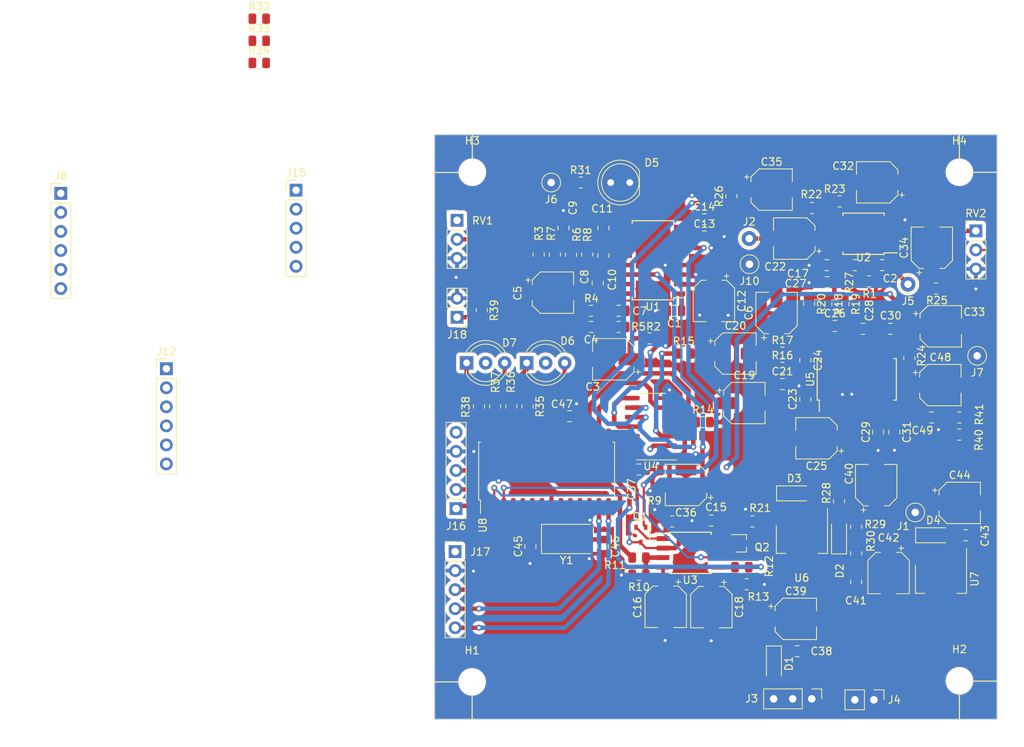
<source format=kicad_pcb>
(kicad_pcb (version 20221018) (generator pcbnew)
  (title_block (title "PT2399 basd Digital Effect Pedal (Time Manipulator)") (date "2024-09-01") (rev "v0.2") (comment 1 "Author: Damjan Prerad") (comment 2 "Source: www.electrosmash.com/time-manipulator"))
  (layers (0 "F.Cu" signal) (1 "In1.Cu" signal) (2 "In2.Cu" signal) (31 "B.Cu" signal) (34 "B.Paste" user) (35 "F.Paste" user) (36 "B.SilkS" user "B.Silkscreen") (37 "F.SilkS" user "F.Silkscreen") (38 "B.Mask" user) (39 "F.Mask" user) (44 "Edge.Cuts" user))
  (net 0 "")
  (net 1 "+5V")
  (net 2 "GNDA")
  (net 3 "Net-(U2A-+)")
  (net 4 "Net-(C3-Pad1)")
  (net 5 "Net-(C3-Pad2)")
  (net 6 "Net-(C5-Pad1)")
  (net 7 "Net-(U5-LPF2-OUT)")
  (net 8 "Net-(C6-Pad2)")
  (net 9 "Net-(U1-LPF1-IN)")
  (net 10 "Net-(U1-LPF1-OUT)")
  (net 11 "Net-(U1-LPF2-OUT)")
  (net 12 "Net-(U1-LPF2-IN)")
  (net 13 "Net-(C9-Pad2)")
  (net 14 "Net-(U1-OP2-IN)")
  (net 15 "Net-(U1-OP2-OUT)")
  (net 16 "Net-(U1-OP1-OUT)")
  (net 17 "Net-(U1-OP1-IN)")
  (net 18 "Net-(U1-REF)")
  (net 19 "Net-(U1-CC1)")
  (net 20 "Net-(U1-CC0)")
  (net 21 "Net-(U3A-+)")
  (net 22 "+9V")
  (net 23 "Net-(U3B-+)")
  (net 24 "Net-(C19-Pad1)")
  (net 25 "Net-(C19-Pad2)")
  (net 26 "Net-(C20-Pad1)")
  (net 27 "Net-(C22-Pad1)")
  (net 28 "Net-(U5-LPF1-IN)")
  (net 29 "Net-(U5-LPF1-OUT)")
  (net 30 "Net-(U5-REF)")
  (net 31 "Net-(U5-LPF2-IN)")
  (net 32 "Net-(C27-Pad2)")
  (net 33 "Net-(U5-OP2-IN)")
  (net 34 "Net-(U5-OP2-OUT)")
  (net 35 "Net-(U5-CC1)")
  (net 36 "Net-(U5-OP1-OUT)")
  (net 37 "Net-(U5-OP1-IN)")
  (net 38 "Net-(U5-CC0)")
  (net 39 "Net-(C32-Pad1)")
  (net 40 "Net-(C32-Pad2)")
  (net 41 "Net-(C33-Pad1)")
  (net 42 "Net-(C33-Pad2)")
  (net 43 "Net-(C34-Pad1)")
  (net 44 "Net-(C35-Pad1)")
  (net 45 "Net-(U2B--)")
  (net 46 "Net-(C36-Pad2)")
  (net 47 "Net-(D1-K)")
  (net 48 "Net-(D2-A)")
  (net 49 "Net-(U8-OSC1{slash}CLKI)")
  (net 50 "Net-(U8-OSC2{slash}CLKO)")
  (net 51 "+4.5V")
  (net 52 "Net-(D1-A)")
  (net 53 "Net-(D5-A)")
  (net 54 "Net-(D6-K1)")
  (net 55 "Net-(D6-K2)")
  (net 56 "Net-(D7-K1)")
  (net 57 "Net-(D7-K2)")
  (net 58 "BAT_NEG")
  (net 59 "Net-(J6-Pin_1)")
  (net 60 "Net-(J8-Pin_1)")
  (net 61 "Net-(J8-Pin_2)")
  (net 62 "Net-(J8-Pin_3)")
  (net 63 "Net-(J8-Pin_4)")
  (net 64 "Net-(J8-Pin_5)")
  (net 65 "Net-(J8-Pin_6)")
  (net 66 "Net-(J12-Pin_1)")
  (net 67 "Net-(J12-Pin_2)")
  (net 68 "Net-(J12-Pin_3)")
  (net 69 "Net-(J12-Pin_4)")
  (net 70 "Net-(J12-Pin_5)")
  (net 71 "Net-(J12-Pin_6)")
  (net 72 "B_OUT")
  (net 73 "ENC_GND")
  (net 74 "ENC_POWER")
  (net 75 "PB_OUT")
  (net 76 "A_OUT")
  (net 77 "LED2_G")
  (net 78 "MCLR")
  (net 79 "ENC_A")
  (net 80 "PBTN")
  (net 81 "ENC_B")
  (net 82 "Net-(J18-Pin_1)")
  (net 83 "Net-(Q1-C)")
  (net 84 "Net-(Q1-B)")
  (net 85 "CURR_A")
  (net 86 "Net-(Q2-C)")
  (net 87 "Net-(Q2-B)")
  (net 88 "CURR_B")
  (net 89 "Net-(U2A--)")
  (net 90 "Net-(R3-Pad1)")
  (net 91 "PWM_A")
  (net 92 "PWM_B")
  (net 93 "Net-(R14-Pad1)")
  (net 94 "Net-(R15-Pad1)")
  (net 95 "Net-(R25-Pad1)")
  (net 96 "Net-(R26-Pad1)")
  (net 97 "Net-(R29-Pad1)")
  (net 98 "LED1_R")
  (net 99 "LED1_G")
  (net 100 "LED2_R")
  (net 102 "U4B")
  (net 103 "U4C")
  (net 104 "U4D")
  (net 105 "U4A")
  (net 112 "Net-(J16-Pin_3)")
  (net 113 "SIG_IN")
  (net 114 "SIG_OUT")
  (footprint "Resistor_SMD:R_0805_2012Metric" (layer "F.Cu") (at 135.7865 88.351)
    (fp_text reference "R14")
    (fp_text value "4k7")
  )
  (footprint "Resistor_SMD:R_0805_2012Metric" (layer "F.Cu") (at 169.9593 90.0176)
    (fp_text reference "R40")
    (fp_text value "10k")
  )
  (footprint "Capacitor_SMD:C_0805_2012Metric" (layer "F.Cu") (at 166.2528 87.7316)
    (fp_text reference "C49")
    (fp_text value "100n")
  )
  (footprint "Resistor_SMD:R_0805_2012Metric" (layer "F.Cu") (at 108.077 86.2665 -90)
    (fp_text reference "R37")
    (fp_text value "330R")
  )
  (footprint "Resistor_SMD:R_0805_2012Metric" (layer "F.Cu") (at 76.62 34.532)
    (fp_text reference "R32")
    (fp_text value "10k")
  )
  (footprint "Resistor_SMD:R_0805_2012Metric" (layer "F.Cu") (at 120.349 65.999 -90)
    (fp_text reference "R8")
    (fp_text value "4k7")
  )
  (footprint "Capacitor_SMD:C_0805_2012Metric" (layer "F.Cu") (at 159.664 67.4116 180)
    (fp_text reference "C2")
    (fp_text value "100n")
  )
  (footprint "Capacitor_SMD:C_0805_2012Metric" (layer "F.Cu") (at 122.508 62.443 -90)
    (fp_text reference "C11")
    (fp_text value "100n")
  )
  (footprint "Capacitor_SMD:CP_Elec_5x5.3" (layer "F.Cu") (at 167.4876 75.565)
    (fp_text reference "C33")
    (fp_text value "47uF")
  )
  (footprint "MountingHole:MountingHole_3.2mm_M3" (layer "F.Cu") (at 169.9768 55.0164)
    (fp_text reference "H4")
    (fp_text value "MountingHole")
  )
  (footprint "Resistor_SMD:R_0805_2012Metric" (layer "F.Cu") (at 128.651 77.175 180)
    (fp_text reference "R2")
    (fp_text value "4k7")
  )
  (footprint "Resistor_SMD:R_0805_2012Metric" (layer "F.Cu") (at 154.51 72.603 -90)
    (fp_text reference "R19")
    (fp_text value "4k7")
  )
  (footprint "Package_SO:SOIC-16W_5.3x10.2mm_P1.27mm" (layer "F.Cu") (at 156.288 82.642 90)
    (fp_text reference "U5")
    (fp_text value "PT2399")
  )
  (footprint "MountingHole:MountingHole_3.2mm_M3" (layer "F.Cu") (at 105.029 55.0164)
    (fp_text reference "H3")
    (fp_text value "MountingHole")
  )
  (footprint "Capacitor_SMD:CP_Elec_5x5.3" (layer "F.Cu") (at 150.917 90.51 180)
    (fp_text reference "C25")
    (fp_text value "47uF")
  )
  (footprint "Package_SO:SOIC-8W_5.3x5.3mm_P1.27mm" (layer "F.Cu") (at 157.185 63.2206 180)
    (fp_text reference "U2")
    (fp_text value "MCP6002-xSN")
  )
  (footprint "Capacitor_SMD:C_0805_2012Metric" (layer "F.Cu") (at 152.298 67.4116 180)
    (fp_text reference "C17")
    (fp_text value "100n")
  )
  (footprint "Capacitor_SMD:CP_Elec_5x5.3" (layer "F.Cu") (at 141.302 85.811)
    (fp_text reference "C19")
    (fp_text value "47uF")
  )
  (footprint "Connector_Pin:Pin_D1.0mm_L10.0mm" (layer "F.Cu") (at 115.5427 56.388)
    (fp_text reference "J6")
    (fp_text value "POWER_INDICATOR")
  )
  (footprint "Resistor_SMD:R_0805_2012Metric" (layer "F.Cu") (at 76.62 40.432)
    (fp_text reference "R34")
    (fp_text value "10k")
  )
  (footprint "Resistor_SMD:R_0805_2012Metric" (layer "F.Cu") (at 112.395 86.2665 -90)
    (fp_text reference "R35")
    (fp_text value "330R")
  )
  (footprint "Resistor_SMD:R_0805_2012Metric" (layer "F.Cu") (at 133.223 79.207)
    (fp_text reference "R15")
    (fp_text value "4k7")
  )
  (footprint "Package_TO_SOT_SMD:SOT-323_SC-70" (layer "F.Cu") (at 127.508 103.378 -90)
    (fp_text reference "Q1")
    (fp_text value "BC547")
  )
  (footprint "Capacitor_SMD:C_0805_2012Metric" (layer "F.Cu") (at 131.979 73.492 180)
    (fp_text reference "C1")
    (fp_text value "100n")
  )
  (footprint "LED_THT:LED_D5.0mm" (layer "F.Cu") (at 126.0189 56.3876 180)
    (fp_text reference "D5")
    (fp_text value "LED")
  )
  (footprint "Package_SO:SOIC-14_3.9x8.7mm_P1.27mm" (layer "F.Cu") (at 128.843 88.957 180)
    (fp_text reference "U4")
    (fp_text value "4066")
  )
  (footprint "Resistor_SMD:R_0805_2012Metric" (layer "F.Cu") (at 127.254 106.426 180)
    (fp_text reference "R11")
    (fp_text value "4k7")
  )
  (footprint "Connector_PinHeader_2.54mm:PinHeader_1x03_P2.54mm_Vertical" (layer "F.Cu") (at 172.1612 62.8396)
    (fp_text reference "RV2")
    (fp_text value "10k")
  )
  (footprint "Capacitor_SMD:C_0805_2012Metric" (layer "F.Cu") (at 152.351 69.682)
    (fp_text reference "C27")
    (fp_text value "3n3")
  )
  (footprint "Resistor_SMD:R_0805_2012Metric" (layer "F.Cu") (at 156.21 105.86055 90)
    (fp_text reference "R30")
    (fp_text value "22k")
  )
  (footprint "Connector_Pin:Pin_D1.0mm_L10.0mm" (layer "F.Cu") (at 163.1188 69.9516)
    (fp_text reference "J5")
    (fp_text value "SIG_INPUT_STOMP")
  )
  (footprint "Capacitor_SMD:CP_Elec_5x5.3" (layer "F.Cu") (at 137.24 72.181 -90)
    (fp_text reference "C12")
    (fp_text value "47uF")
  )
  (footprint "Capacitor_SMD:C_0805_2012Metric" (layer "F.Cu") (at 122.508 66.126 -90)
    (fp_text reference "C10")
    (fp_text value "100n")
  )
  (footprint "Resistor_SMD:R_0805_2012Metric" (layer "F.Cu") (at 152.224 72.603 -90)
    (fp_text reference "R18")
    (fp_text value "4k7")
  )
  (footprint "Capacitor_SMD:CP_Elec_5x5.3" (layer "F.Cu") (at 115.783 71.079)
    (fp_text reference "C5")
    (fp_text value "47uF")
  )
  (footprint "Resistor_SMD:R_0805_2012Metric" (layer "F.Cu") (at 166.8526 70.5358)
    (fp_text reference "R25")
    (fp_text value "4k7")
  )
  (footprint "Capacitor_SMD:CP_Elec_5x5.3" (layer "F.Cu") (at 123.825 79.969 180)
    (fp_text reference "C3")
    (fp_text value "47uF")
  )
  (footprint "Capacitor_SMD:CP_Elec_5x5.3" (layer "F.Cu") (at 130.81 112.989 -90)
    (fp_text reference "C16")
    (fp_text value "47uF")
  )
  (footprint "Capacitor_SMD:C_0805_2012Metric" (layer "F.Cu") (at 124.546 73.492 180)
    (fp_text reference "C7")
    (fp_text value "3n3")
  )
  (footprint "Package_SO:SOIC-28W_7.5x17.9mm_P1.27mm" (layer "F.Cu") (at 114.935 94.877 90)
    (fp_text reference "U8")
    (fp_text value "PIC16F72")
  )
  (footprint "Capacitor_SMD:C_0805_2012Metric" (layer "F.Cu") (at 120.863 75.651 180)
    (fp_text reference "C4")
    (fp_text value "6n8")
  )
  (footprint "Resistor_SMD:R_0805_2012Metric" (layer "F.Cu") (at 142.367 101.6 180)
    (fp_text reference "R21")
    (fp_text value "4k7")
  )
  (footprint "Resistor_SMD:R_0805_2012Metric" (layer "F.Cu") (at 106.294 73.4345 -90)
    (fp_text reference "R39")
    (fp_text value "10k")
  )
  (footprint "Capacitor_SMD:C_0805_2012Metric" (layer "F.Cu") (at 149.43 80.096 -90)
    (fp_text reference "C24")
    (fp_text value "3n3")
  )
  (footprint "Connector_Pin:Pin_D1.0mm_L10.0mm" (layer "F.Cu") (at 164.084 100.39955)
    (fp_text reference "J1")
    (fp_text value "POWER_SOURCE")
  )
  (footprint "Resistor_SMD:R_0805_2012Metric" (layer "F.Cu") (at 110.236 86.2665 -90)
    (fp_text reference "R36")
    (fp_text value "330R")
  )
  (footprint "LED_THT:LED_D5.0mm-3" (layer "F.Cu") (at 104.267 80.448)
    (fp_text reference "D7")
    (fp_text value "LED_Dual_KAK")
  )
  (footprint "Resistor_SMD:R_0805_2012Metric" (layer "F.Cu") (at 141.605 109.982)
    (fp_text reference "R13")
    (fp_text value "4k7")
  )
  (footprint "Package_TO_SOT_SMD:SOT-223-3_TabPin2" (layer "F.Cu") (at 167.513 109.28955 -90)
    (fp_text reference "U7")
    (fp_text value "AMS1117-5.0")
  )
  (footprint "Resistor_SMD:R_0805_2012Metric" (layer "F.Cu") (at 150.327 59.7916 180)
    (fp_text reference "R22")
    (fp_text value "4k7")
  )
  (footprint "Resistor_SMD:R_0805_2012Metric" (layer "F.Cu") (at 116.037 65.999 -90)
    (fp_text reference "R7")
    (fp_text value "4k7")
  )
  (footprint "Capacitor_SMD:CP_Elec_5x5.3" (layer "F.Cu") (at 145.5928 73.787 90)
    (fp_text reference "C6")
    (fp_text value "47uF")
  )
  (footprint "Capacitor_SMD:CP_Elec_5x5.3" (layer "F.Cu") (at 133.518 96.733 180)
    (fp_text reference "C36")
    (fp_text value "47uF")
  )
  (footprint "Diode_SMD:D_SOD-123" (layer "F.Cu") (at 153.924 103.57455 90)
    (fp_text reference "D2")
    (fp_text value "1N4001")
  )
  (footprint "Connector_PinHeader_2.54mm:PinHeader_1x02_P2.54mm_Vertical" (layer "F.Cu") (at 102.997 74.357 180)
    (fp_text reference "J18")
    (fp_text value "PUSH_STOMP")
  )
  (footprint "Capacitor_SMD:C_0805_2012Metric" (layer "F.Cu") (at 112.776 104.959 -90)
    (fp_text reference "C45")
    (fp_text value "22p")
  )
  (footprint "Resistor_SMD:R_0805_2012Metric" (layer "F.Cu") (at 131.6755 101.6 180)
    (fp_text reference "R9")
    (fp_text value "4k7")
  )
  (footprint "Capacitor_SMD:C_0805_2012Metric" (layer "F.Cu") (at 146.382 83.271)
    (fp_text reference "C21")
    (fp_text value "6n8")
  )
  (footprint "Resistor_SMD:R_0805_2012Metric" (layer "F.Cu") (at 120.863 73.492)
    (fp_text reference "R4")
    (fp_text value "4k7")
  )
  (footprint "Capacitor_SMD:C_0805_2012Metric" (layer "F.Cu") (at 159.131 89.682 -90)
    (fp_text reference "C29")
    (fp_text value "100n")
  )
  (footprint "Connector_PinHeader_2.54mm:PinHeader_1x05_P2.54mm_Vertical" (layer "F.Cu") (at 102.87 99.879 180)
    (fp_text reference "J16")
    (fp_text value "Programming header")
  )
  (footprint "Diode_SMD:D_SOD-123" (layer "F.Cu") (at 145.2372 120.5738 -90)
    (fp_text reference "D1")
    (fp_text value "1N4001")
  )
  (footprint "Capacitor_SMD:C_0805_2012Metric" (layer "F.Cu") (at 153.367 75.524)
    (fp_text reference "C26")
    (fp_text value "3n3")
  )
  (footprint "Capacitor_SMD:C_0805_2012Metric" (layer "F.Cu") (at 135.97 63.586)
    (fp_text reference "C13")
    (fp_text value "100n")
  )
  (footprint "LED_THT:LED_D5.0mm-3" (layer "F.Cu") (at 112.268 80.448)
    (fp_text reference "D6")
    (fp_text value "LED_Dual_KAK")
  )
  (footprint "Connector_PinHeader_2.54mm:PinHeader_1x06_P2.54mm_Vertical" (layer "F.Cu") (at 50.16 57.832)
    (fp_text reference "J8")
    (fp_text value "AudioInput_connector")
  )
  (footprint "Capacitor_SMD:C_0805_2012Metric" (layer "F.Cu") (at 135.97 61.3)
    (fp_text reference "C14")
    (fp_text value "100n")
  )
  (footprint "Capacitor_SMD:C_0805_2012Metric" (layer "F.Cu") (at 148.3462 118.9228)
    (fp_text reference "C38")
    (fp_text value "100n")
  )
  (footprint "Connector_Pin:Pin_D1.0mm_L10.0mm" (layer "F.Cu") (at 141.945 63.8556 180)
    (fp_text reference "J2")
    (fp_text value "SIG_OUTPUT_STOMP")
  )
  (footprint "Capacitor_SMD:C_0805_2012Metric" (layer "F.Cu") (at 117.983 87.56)
    (fp_text reference "C47")
    (fp_text value "22p")
  )
  (footprint "Resistor_SMD:R_0805_2012Metric" (layer "F.Cu") (at 156.21 102.30455 90)
    (fp_text reference "R29")
    (fp_text value "500")
  )
  (footprint "Package_TO_SOT_SMD:SOT-223-3_TabPin2" (layer "F.Cu") (at 148.971 103.95555 -90)
    (fp_text reference "U6")
    (fp_text value "LM317_SOT-223")
  )
  (footprint "Resistor_SMD:R_0805_2012Metric" (layer "F.Cu") (at 139.573 58.2168 90)
    (fp_text reference "R26")
    (fp_text value "4k7")
  )
  (footprint "Capacitor_SMD:CP_Elec_5x5.3" (layer "F.Cu") (at 170.012 99.12955)
    (fp_text reference "C44")
    (fp_text value "47uF")
  )
  (footprint "Resistor_SMD:R_0805_2012Metric" (layer "F.Cu") (at 153.924 98.89905 90)
    (fp_text reference "R28")
    (fp_text value "3k6")
  )
  (footprint "Diode_SMD:D_SOD-123" (layer "F.Cu") (at 147.955 97.85955)
    (fp_text reference "D3")
    (fp_text value "1N4001")
  )
  (footprint "Resistor_SMD:R_0805_2012Metric" (layer "F.Cu") (at 127.254 108.712 180)
    (fp_text reference "R10")
    (fp_text value "4k7")
  )
  (footprint "Capacitor_SMD:CP_Elec_5x5.3" (layer "F.Cu") (at 160.528 108.48655 -90)
    (fp_text reference "C42")
    (fp_text value "47uF")
  )
  (footprint "Capacitor_SMD:CP_Elec_5x5.3" (layer "F.Cu") (at 144.9346 57.3336)
    (fp_text reference "C35")
    (fp_text value "47uF")
  )
  (footprint "Capacitor_SMD:CP_Elec_5x5.3" (layer "F.Cu") (at 148.1582 114.6048)
    (fp_text reference "C39")
    (fp_text value "47uF")
  )
  (footprint "Resistor_SMD:R_0805_2012Metric" (layer "F.Cu") (at 76.62 37.482)
    (fp_text reference "R33")
    (fp_text value "10k")
  )
  (footprint "Capacitor_SMD:CP_Elec_5x5.3" (layer "F.Cu") (at 140.118 79.207)
    (fp_text reference "C20")
    (fp_text value "47uF")
  )
  (footprint "Capacitor_SMD:CP_Elec_5x5.3" (layer "F.Cu") (at 159.004 56.3626 180)
    (fp_text reference "C32")
    (fp_text value "47uF")
  )
  (footprint "Capacitor_SMD:CP_Elec_5x5.3" (layer "F.Cu") (at 166.2938 65.0904 90)
    (fp_text reference "C34")
    (fp_text value "47uF")
  )
  (footprint "Connector_Pin:Pin_D1.0mm_L10.0mm" (layer "F.Cu") (at 172.339 79.502)
    (fp_text reference "J7")
    (fp_text value "3PDT_AudioInput")
  )
  (footprint "Connector_PinHeader_2.54mm:PinHeader_1x06_P2.54mm_Vertical" (layer "F.Cu") (at 64.2366 81.2292)
    (fp_text reference "J12")
    (fp_text value "AudioOutput_connector")
  )
  (footprint "Capacitor_SMD:C_0805_2012Metric" (layer "F.Cu") (at 149.43 85.303 90)
    (fp_text reference "C23")
    (fp_text value "100n")
  )
  (footprint "Resistor_SMD:R_0805_2012Metric" (layer "F.Cu") (at 119.4797 56.388)
    (fp_text reference "R31")
    (fp_text value "33OR")
  )
  (footprint "Resistor_SMD:R_0805_2012Metric" (layer "F.Cu") (at 157.9235 69.5706)
    (fp_text reference "R1")
    (fp_text value "1 Meg")
  )
  (footprint "MountingHole:MountingHole_3.2mm_M3" (layer "F.Cu") (at 169.9768 122.8598)
    (fp_text reference "H2")
    (fp_text value "MountingHole")
  )
  (footprint "Resistor_SMD:R_0805_2012Metric" (layer "F.Cu") (at 118.196 66.0225 -90)
    (fp_text reference "R6")
    (fp_text value "4k7")
  )
  (footprint "Connector_PinHeader_2.54mm:PinHeader_1x02_P2.54mm_Vertical" (layer "F.Cu") (at 158.5722 125.3998 -90)
    (fp_text reference "J4")
    (fp_text value "Battery_9V")
  )
  (footprint "Connector_PinHeader_2.54mm:PinHeader_1x03_P2.54mm_Vertical" (layer "F.Cu") (at 150.2872 125.2728 -90)
    (fp_text reference "J3")
    (fp_text value "Power connector")
  )
  (footprint "Package_TO_SOT_SMD:SOT-323_SC-70" (layer "F.Cu") (at 140.859 104.521)
    (fp_text reference "Q2")
    (fp_text value "BC547")
  )
  (footprint "Capacitor_SMD:C_0805_2012Metric" (layer "F.Cu") (at 160.794 75.905 180)
    (fp_text reference "C30")
    (fp_text value "100n")
  )
  (footprint "MountingHole:MountingHole_3.2mm_M3" (layer "F.Cu") (at 105.0036 123.0122)
    (fp_text reference "H1")
    (fp_text value "MountingHole")
  )
  (footprint "Resistor_SMD:R_0805_2012Metric" (layer "F.Cu") (at 140.97 107.696)
    (fp_text reference "R12")
    (fp_text value "4k7")
  )
  (footprint "Capacitor_SMD:C_0805_2012Metric" (layer "F.Cu") (at 161.29 89.682 -90)
    (fp_text reference "C31")
    (fp_text value "100n")
  )
  (footprint "Resistor_SMD:R_0805_2012Metric" (layer "F.Cu") (at 163.2966 79.8322 90)
    (fp_text reference "R24")
    (fp_text value "4k7")
  )
  (footprint "Connector_PinHeader_2.54mm:PinHeader_1x05_P2.54mm_Vertical" (layer "F.Cu") (at 102.743 105.623)
    (fp_text reference "J17")
    (fp_text value "Encoder_board_connector")
  )
  (footprint "Resistor_SMD:R_0805_2012Metric" (layer "F.Cu") (at 156.042 67.4116)
    (fp_text reference "R27")
    (fp_text value "1 Meg")
  )
  (footprint "Diode_SMD:D_SOD-123" (layer "F.Cu") (at 166.497 103.44755)
    (fp_text reference "D4")
    (fp_text value "1N4001")
  )
  (footprint "Connector_PinHeader_2.54mm:PinHeader_1x05_P2.54mm_Vertical" (layer "F.Cu") (at 81.534 57.404)
    (fp_text reference "J15")
    (fp_text value "Encoder_connector")
  )
  (footprint "Capacitor_SMD:CP_Elec_5x5.3" (layer "F.Cu") (at 147.955 63.8556 180)
    (fp_text reference "C22")
    (fp_text value "47uF")
  )
  (footprint "Crystal:Crystal_SMD_0603-2Pin_6.0x3.5mm" (layer "F.Cu") (at 117.602 103.943)
    (fp_text reference "Y1")
    (fp_text value "Crystal")
  )
  (footprint "Capacitor_SMD:C_0805_2012Metric" (layer "F.Cu") (at 117.18 62.443 -90)
    (fp_text reference "C9")
    (fp_text value "3n3")
  )
  (footprint "Resistor_SMD:R_0805_2012Metric" (layer "F.Cu") (at 124.546 75.651)
    (fp_text reference "R5")
    (fp_text value "4k7")
  )
  (footprint "Resistor_SMD:R_0805_2012Metric" (layer "F.Cu") (at 113.878 65.999 -90)
    (fp_text reference "R3")
    (fp_text value "5k")
  )
  (footprint "Capacitor_SMD:CP_Elec_5x5.3" (layer "F.Cu") (at 167.4368 83.4136)
    (fp_text reference "C48")
    (fp_text value "47uF")
  )
  (footprint "Resistor_SMD:R_0805_2012Metric" (layer "F.Cu") (at 146.382 79.08)
    (fp_text reference "R17")
    (fp_text value "4k7")
  )
  (footprint "Resistor_SMD:R_0805_2012Metric" (layer "F.Cu") (at 154.01 58.9026 180)
    (fp_text reference "R23")
    (fp_text value "4k7")
  )
  (footprint "Resistor_SMD:R_0805_2012Metric" (layer "F.Cu") (at 169.9593 87.7316 180)
    (fp_text reference "R41")
    (fp_text value "10k")
  )
  (footprint "Package_SO:SOIC-16W_5.3x10.2mm_P1.27mm" (layer "F.Cu") (at 129.118 66.761 180)
    (fp_text reference "U1")
    (fp_text value "PT2399")
  )
  (footprint "Package_SO:SOIC-8W_5.3x5.3mm_P1.27mm" (layer "F.Cu") (at 134.112 105.791)
    (fp_text reference "U3")
    (fp_text value "MCP6002-xSN")
  )
  (footprint "Resistor_SMD:R_0805_2012Metric" (layer "F.Cu") (at 149.938 72.5795 -90)
    (fp_text reference "R20")
    (fp_text value "4k7")
  )
  (footprint "Capacitor_SMD:C_0805_2012Metric" (layer "F.Cu") (at 122.428 104.959 -90)
    (fp_text reference "C46")
    (fp_text value "22p")
  )
  (footprint "Connector_Pin:Pin_D1.0mm_L10.0mm" (layer "F.Cu") (at 141.986 67.2846)
    (fp_text reference "J10")
    (fp_text value "3PDT_AudioIOutput")
  )
  (footprint "Capacitor_SMD:C_0805_2012Metric" (layer "F.Cu") (at 121.752 69.809 90)
    (fp_text reference "C8")
    (fp_text value "3n3")
  )
  (footprint "Capacitor_SMD:CP_Elec_5x5.3" (layer "F.Cu") (at 158.877 96.75755 90)
    (fp_text reference "C40")
    (fp_text value "47uF")
  )
  (footprint "Capacitor_SMD:C_0805_2012Metric" (layer "F.Cu") (at 170.815 103.44755)
    (fp_text reference "C43")
    (fp_text value "100n")
  )
  (footprint "Connector_PinHeader_2.54mm:PinHeader_1x03_P2.54mm_Vertical" (layer "F.Cu") (at 102.997 61.427)
    (fp_text reference "RV1")
    (fp_text value "10k")
  )
  (footprint "Resistor_SMD:R_0805_2012Metric" (layer "F.Cu") (at 105.918 86.2665 -90)
    (fp_text reference "R38")
    (fp_text value "330R")
  )
  (footprint "Capacitor_SMD:C_0805_2012Metric" (layer "F.Cu") (at 127.254 94.672)
    (fp_text reference "C37")
    (fp_text value "100n")
  )
  (footprint "Capacitor_SMD:CP_Elec_5x5.3" (layer "F.Cu") (at 136.906 113.03 -90)
    (fp_text reference "C18")
    (fp_text value "47uF")
  )
  (footprint "Capacitor_SMD:C_0805_2012Metric" (layer "F.Cu") (at 156.21 109.67055 -90)
    (fp_text reference "C41")
    (fp_text value "100n")
  )
  (footprint "Capacitor_SMD:C_0805_2012Metric" (layer "F.Cu") (at 157.111 75.905 180)
    (fp_text reference "C28")
    (fp_text value "100n")
  )
  (footprint "Capacitor_SMD:C_0805_2012Metric" (layer "F.Cu") (at 136.875 101.473 180)
    (fp_text reference "C15")
    (fp_text value "100n")
  )
  (footprint "Resistor_SMD:R_0805_2012Metric" (layer "F.Cu") (at 146.382 81.112)
    (fp_text reference "R16")
    (fp_text value "4k7")
  )
  (gr_line (start 100.0252 55.0418) (end 105.029 55.0418) (stroke (width 0.15)) (layer "F.SilkS"))
  (gr_line (start 105.029 55.0418) (end 105.029 50.038) (stroke (width 0.15)) (layer "F.SilkS"))
  (gr_line (start 169.9768 55.0164) (end 174.9806 55.0164) (stroke (width 0.15)) (layer "F.SilkS"))
  (gr_line (start 174.9806 122.9106) (end 169.9768 122.9106) (stroke (width 0.15)) (layer "F.SilkS"))
  (gr_line (start 105.0036 128.016) (end 105.0036 123.0122) (stroke (width 0.15)) (layer "F.SilkS"))
  (gr_line (start 169.9768 122.9106) (end 169.9768 127.9144) (stroke (width 0.15)) (layer "F.SilkS"))
  (gr_line (start 169.9768 50.0126) (end 169.9768 55.0164) (stroke (width 0.15)) (layer "F.SilkS"))
  (gr_line (start 105.0036 123.0122) (end 99.9998 123.0122) (stroke (width 0.15)) (layer "F.SilkS"))
  (gr_rect (start 100 50) (end 175 128) (stroke (width 0.1)) (fill none) (layer "Edge.Cuts"))
  (segment (start 165.354 99.12955) (end 164.084 100.39955) (width 0.6) (layer "F.Cu") (net 1))
  (segment (start 167.812 99.12955) (end 165.354 99.12955) (width 0.6) (layer "F.Cu") (net 1))
  (segment (start 168.147 103.44755) (end 169.865 103.44755) (width 0.6) (layer "F.Cu") (net 1))
  (segment (start 132.929 71.467) (end 132.668 71.206) (width 0.6) (layer "F.Cu") (net 1))
  (segment (start 167.513 106.13955) (end 167.513 112.43955) (width 0.6) (layer "F.Cu") (net 1))
  (segment (start 167.513 106.13955) (end 167.513 104.08155) (width 0.6) (layer "F.Cu") (net 1))
  (segment (start 126.368 92.767) (end 126.368 94.608) (width 0.6) (layer "F.Cu") (net 1))
  (segment (start 167.513 104.08155) (end 168.147 103.44755) (width 0.6) (layer "F.Cu") (net 1))
  (segment (start 116.84 90.227) (end 116.84 87.753) (width 0.6) (layer "F.Cu") (net 1))
  (segment (start 167.812 99.12955) (end 167.812 91.2524) (width 0.6) (layer "F.Cu") (net 1))
  (segment (start 116.84 87.753) (end 117.033 87.56) (width 0.6) (layer "F.Cu") (net 1))
  (segment (start 132.929 73.492) (end 132.929 71.467) (width 0.6) (layer "F.Cu") (net 1))
  (segment (start 137.825 103.823) (end 137.762 103.886) (width 0.6) (layer "F.Cu") (net 1))
  (segment (start 167.812 91.2524) (end 169.0468 90.0176) (width 0.6) (layer "F.Cu") (net 1))
  (segment (start 137.825 101.473) (end 137.825 103.823) (width 0.6) (layer "F.Cu") (net 1))
  (segment (start 148.348 83.271) (end 149.43 84.353) (width 0.6) (layer "F.Cu") (net 2))
  (segment (start 155.653 84.66) (end 155.6258 84.6328) (width 0.6) (layer "F.Cu") (net 2))
  (segment (start 169.0468 87.7316) (end 167.2028 87.7316) (width 0.6) (layer "F.Cu") (net 2))
  (segment (start 154.383 86.192) (end 154.383 84.66) (width 0.6) (layer "F.Cu") (net 2))
  (segment (start 131.318 85.147) (end 131.318 84.0486) (width 0.6) (layer "F.Cu") (net 2))
  (segment (start 154.383 84.66) (end 154.3812 84.6582) (width 0.6) (layer "F.Cu") (net 2))
  (segment (start 154.383 86.192) (end 155.653 86.192) (width 0.6) (layer "F.Cu") (net 2))
  (segment (start 155.653 86.192) (end 155.653 84.66) (width 0.6) (layer "F.Cu") (net 2))
  (segment (start 147.332 83.271) (end 148.348 83.271) (width 0.6) (layer "F.Cu") (net 2))
  (via (at 141.4526 99.9744) (size 0.8) (drill 0.4) (layers "F.Cu" "B.Cu") (net 2))
  (via (at 129.4384 73.5076) (size 0.8) (drill 0.4) (layers "F.Cu" "B.Cu") (net 2))
  (via (at 134.3152 58.0898) (size 0.8) (drill 0.4) (layers "F.Cu" "B.Cu") (net 2))
  (via (at 134.8232 68.6562) (size 0.8) (drill 0.4) (layers "F.Cu" "B.Cu") (net 2))
  (via (at 112.7252 107.2134) (size 0.8) (drill 0.4) (layers "F.Cu" "B.Cu") (net 2))
  (via (at 167.1828 89.3572) (size 0.8) (drill 0.4) (layers "F.Cu" "B.Cu") (net 2))
  (via (at 149.9362 69.7484) (size 0.8) (drill 0.4) (layers "F.Cu" "B.Cu") (net 2))
  (via (at 136.8806 117.5258) (size 0.8) (drill 0.4) (layers "F.Cu" "B.Cu") (net 2))
  (via (at 128.7526 97.5106) (size 0.8) (drill 0.4) (layers "F.Cu" "B.Cu") (net 2))
  (via (at 134.3152 101.4984) (size 0.8) (drill 0.4) (layers "F.Cu" "B.Cu") (net 2))
  (via (at 118.9228 85.9028) (size 0.8) (drill 0.4) (layers "F.Cu" "B.Cu") (net 2))
  (via (at 131.318 84.0486) (size 0.8) (drill 0.4) (layers "F.Cu" "B.Cu") (net 2))
  (via (at 124.9172 108.7628) (size 0.8) (drill 0.4) (layers "F.Cu" "B.Cu") (net 2))
  (via (at 120.7008 101.4222) (size 0.8) (drill 0.4) (layers "F.Cu" "B.Cu") (net 2))
  (via (at 138.6078 63.6016) (size 0.8) (drill 0.4) (layers "F.Cu" "B.Cu") (net 2))
  (via (at 130.7846 78.1558) (size 0.8) (drill 0.4) (layers "F.Cu" "B.Cu") (net 2))
  (via (at 117.1702 60.1218) (size 0.8) (drill 0.4) (layers "F.Cu" "B.Cu") (net 2))
  (via (at 129.3622 100.0252) (size 0.8) (drill 0.4) (layers "F.Cu" "B.Cu") (net 2))
  (via (at 155.6258 84.6328) (size 0.8) (drill 0.4) (layers "F.Cu" "B.Cu") (net 2))
  (via (at 172.1612 70.5866) (size 0.8) (drill 0.4) (layers "F.Cu" "B.Cu") (net 2))
  (via (at 120.6246 106.5784) (size 0.8) (drill 0.4) (layers "F.Cu" "B.Cu") (net 2))
  (via (at 135.3312 74.0664) (size 0.8) (drill 0.4) (layers "F.Cu" "B.Cu") (net 2))
  (via (at 105.1814 108.2294) (size 0.8) (drill 0.4) (layers "F.Cu" "B.Cu") (net 2))
  (via (at 102.87 69.0372) (size 0.8) (drill 0.4) (layers "F.Cu" "B.Cu") (net 2))
  (via (at 129.7432 93.853) (size 0.8) (drill 0.4) (layers "F.Cu" "B.Cu") (net 2))
  (via (at 154.3812 84.6582) (size 0.8) (drill 0.4) (layers "F.Cu" "B.Cu") (net 2))
  (via (at 159.131 92.1258) (size 0.8) (drill 0.4) (layers "F.Cu" "B.Cu") (net 2))
  (via (at 134.7978 92.6338) (size 0.8) (drill 0.4) (layers "F.Cu" "B.Cu") (net 2))
  (via (at 162.7124 61.3664) (size 0.8) (drill 0.4) (layers "F.Cu" "B.Cu") (net 2))
  (via (at 143.9672 110.0074) (size 0.8) (drill 0.4) (layers "F.Cu" "B.Cu") (net 2))
  (via (at 130.7338 117.475) (size 0.8) (drill 0.4) (layers "F.Cu" "B.Cu") (net 2))
  (via (at 130.7592 67.4116) (size 0.8) (drill 0.4) (layers "F.Cu" "B.Cu") (net 2))
  (via (at 136.906 65.1002) (size 0.8) (drill 0.4) (layers "F.Cu" "B.Cu") (net 2))
  (via (at 139.1412 74.0918) (size 0.8) (drill 0.4) (layers "F.Cu" "B.Cu") (net 2))
  (via (at 148.5911 83.5141) (size 0.8) (drill 0.4) (layers "F.Cu" "B.Cu") (net 2))
  (via (at 161.3154 92.1004) (size 0.8) (drill 0.4) (layers "F.Cu" "B.Cu") (net 2))
  (via (at 149.9362 67.437) (size 0.8) (drill 0.4) (layers "F.Cu" "B.Cu") (net 2))
  (via (at 105.2322 92.2782) (size 0.8) (drill 0.4) (layers "F.Cu" "B.Cu") (net 2))
  (via (at 108.5342 96.1644) (size 0.8) (drill 0.4) (layers "F.Cu" "B.Cu") (net 2))
  (segment (start 157.011 69.5706) (end 157.011 67.4681) (width 0.6) (layer "F.Cu") (net 3))
  (segment (start 158.714 67.4116) (end 156.9545 67.4116) (width 0.6) (layer "F.Cu") (net 3))
  (segment (start 159.344 62.5856) (end 156.9545 64.9751) (width 0.6) (layer "F.Cu") (net 3))
  (segment (start 156.9545 64.9751) (end 156.9545 67.4116) (width 0.6) (layer "F.Cu") (net 3))
  (segment (start 157.011 67.4681) (end 156.9545 67.4116) (width 0.6) (layer "F.Cu") (net 3))
  (segment (start 160.835 62.5856) (end 159.344 62.5856) (width 0.6) (layer "F.Cu") (net 3))
  (segment (start 124.8195 79.8185) (end 124.796 79.842) (width 0.6) (layer "F.Cu") (net 4))
  (segment (start 126.025 79.969) (end 126.025 77.769) (width 0.6) (layer "F.Cu") (net 4))
  (segment (start 126.025 77.769) (end 126.619 77.175) (width 0.6) (layer "F.Cu") (net 4))
  (segment (start 124.796 79.842) (end 125.1585 79.842) (width 0.6) (layer "F.Cu") (net 4))
  (segment (start 126.619 77.175) (end 127.7385 77.175) (width 0.6) (layer "F.Cu") (net 4))
  (segment (start 121.813 79.781) (end 121.625 79.969) (width 0.6) (layer "F.Cu") (net 5))
  (segment (start 123.6335 75.651) (end 121.813 75.651) (width 0.6) (layer "F.Cu") (net 5))
  (segment (start 117.983 71.5245) (end 119.9505 73.492) (width 0.6) (layer "F.Cu") (net 5))
  (segment (start 121.813 75.651) (end 121.813 75.3545) (width 0.6) (layer "F.Cu") (net 5))
  (segment (start 121.813 75.651) (end 121.813 79.781) (width 0.6) (layer "F.Cu") (net 5))
  (segment (start 121.813 75.3545) (end 119.9505 73.492) (width 0.6) (layer "F.Cu") (net 5))
  (segment (start 117.983 71.079) (end 117.983 71.5245) (width 0.6) (layer "F.Cu") (net 5))
  (segment (start 113.878 70.784) (end 113.583 71.079) (width 0.6) (layer "F.Cu") (net 6))
  (segment (start 113.878 66.9115) (end 113.878 70.784) (width 0.6) (layer "F.Cu") (net 6))
  (segment (start 152.417 73.7085) (end 152.224 73.5155) (width 0.6) (layer "F.Cu") (net 7))
  (segment (start 152.417 75.524) (end 152.417 73.7085) (width 0.6) (layer "F.Cu") (net 7))
  (segment (start 154.383 77.949) (end 154.383 79.092) (width 0.6) (layer "F.Cu") (net 7))
  (segment (start 146.0558 75.524) (end 145.5928 75.987) (width 0.6) (layer "F.Cu") (net 7))
  (segment (start 162.9391 81.1022) (end 163.2966 80.7447) (width 0.6) (layer "F.Cu") (net 7))
  (segment (start 152.417 75.983) (end 154.383 77.949) (width 0.6) (layer "F.Cu") (net 7))
  (segment (start 154.383 80.5706) (end 154.9146 81.1022) (width 0.6) (layer "F.Cu") (net 7))
  (segment (start 154.9146 81.1022) (end 162.9391 81.1022) (width 0.6) (layer "F.Cu") (net 7))
  (segment (start 154.383 79.092) (end 154.383 80.5706) (width 0.6) (layer "F.Cu") (net 7))
  (segment (start 152.417 75.524) (end 152.417 75.983) (width 0.6) (layer "F.Cu") (net 7))
  (segment (start 152.417 75.524) (end 146.0558 75.524) (width 0.6) (layer "F.Cu") (net 7))
  (segment (start 125.568 69.936) (end 124.927 69.936) (width 0.6) (layer "F.Cu") (net 10))
  (segment (start 123.596 71.267) (end 123.596 73.492) (width 0.6) (layer "F.Cu") (net 10))
  (segment (start 121.7755 73.492) (end 123.596 73.492) (width 0.6) (layer "F.Cu") (net 10))
  (segment (start 124.927 69.936) (end 123.596 71.267) (width 0.6) (layer "F.Cu") (net 10))
  (segment (start 124.8 68.666) (end 122.707 70.759) (width 0.6) (layer "F.Cu") (net 11))
  (segment (start 125.568 68.666) (end 124.8 68.666) (width 0.6) (layer "F.Cu") (net 11))
  (segment (start 135.718 91.698) (end 135.763 91.653) (width 0.6) (layer "F.Cu") (net 11))
  (segment (start 125.568 68.666) (end 129.667 68.666) (width 0.6) (layer "F.Cu") (net 11))
  (segment (start 122.707 70.759) (end 121.752 70.759) (width 0.6) (layer "F.Cu") (net 11))
  (segment (start 117.942 68.8165) (end 116.037 66.9115) (width 0.6) (layer "F.Cu") (net 11))
  (segment (start 135.718 96.733) (end 135.718 91.698) (width 0.6) (layer "F.Cu") (net 11))
  (segment (start 118.958 68.92) (end 117.942 68.92) (width 0.6) (layer "F.Cu") (net 11))
  (segment (start 120.797 70.759) (end 118.958 68.92) (width 0.6) (layer "F.Cu") (net 11))
  (segment (start 117.942 68.92) (end 117.942 68.8165) (width 0.6) (layer "F.Cu") (net 11))
  (segment (start 121.752 70.759) (end 120.797 70.759) (width 0.6) (layer "F.Cu") (net 11))
  (via (at 129.667 68.666) (size 0.8) (drill 0.4) (layers "F.Cu" "B.Cu") (net 11))
  (via (at 135.763 91.653) (size 0.8) (drill 0.4) (layers "F.Cu" "B.Cu") (net 11))
  (segment (start 135.763 91.653) (end 135.763 86.573) (width 0.6) (layer "B.Cu") (net 11))
  (segment (start 131.953 70.952) (end 129.667 68.666) (width 0.6) (layer "B.Cu") (net 11))
  (segment (start 135.763 86.573) (end 131.953 82.763) (width 0.6) (layer "B.Cu") (net 11))
  (segment (start 131.953 82.763) (end 131.953 70.952) (width 0.6) (layer "B.Cu") (net 11))
  (segment (start 123.21 68.859) (end 121.752 68.859) (width 0.6) (layer "F.Cu") (net 12))
  (segment (start 125.568 67.396) (end 124.673 67.396) (width 0.6) (layer "F.Cu") (net 12))
  (segment (start 124.673 67.396) (end 123.21 68.859) (width 0.6) (layer "F.Cu") (net 12))
  (segment (start 121.752 68.859) (end 120.12 68.859) (width 0.6) (layer "F.Cu") (net 12))
  (segment (start 120.12 68.859) (end 118.196 66.935) (width 0.6) (layer "F.Cu") (net 12))
  (segment (start 117.053 65.0865) (end 118.1725 65.0865) (width 0.6) (layer "F.Cu") (net 13))
  (segment (start 120.349 65.0865) (end 118.2195 65.0865) (width 0.6) (layer "F.Cu") (net 13))
  (segment (start 117.18 64.9595) (end 117.053 65.0865) (width 0.6) (layer "F.Cu") (net 13))
  (segment (start 117.18 63.393) (end 117.18 64.9595) (width 0.6) (layer "F.Cu") (net 13))
  (segment (start 118.1725 65.0865) (end 118.196 65.11) (width 0.6) (layer "F.Cu") (net 13))
  (segment (start 118.2195 65.0865) (end 118.196 65.11) (width 0.6) (layer "F.Cu") (net 13))
  (segment (start 116.037 65.0865) (end 117.053 65.0865) (width 0.6) (layer "F.Cu") (net 13))
  (segment (start 125.568 64.856) (end 122.828 64.856) (width 0.6) (layer "F.Cu") (net 14))
  (segment (start 122.828 64.856) (end 122.508 65.176) (width 0.6) (layer "F.Cu") (net 14))
  (segment (start 124.165 66.126) (end 123.215 67.076) (width 0.6) (layer "F.Cu") (net 15))
  (segment (start 123.215 67.076) (end 122.508 67.076) (width 0.6) (layer "F.Cu") (net 15))
  (segment (start 120.5135 67.076) (end 120.349 66.9115) (width 0.6) (layer "F.Cu") (net 15))
  (segment (start 125.568 66.126) (end 124.165 66.126) (width 0.6) (layer "F.Cu") (net 15))
  (segment (start 122.508 67.076) (end 120.5135 67.076) (width 0.6) (layer "F.Cu") (net 15))
  (segment (start 125.568 62.316) (end 124.419 62.316) (width 0.6) (layer "F.Cu") (net 16))
  (segment (start 124.419 62.316) (end 123.596 61.493) (width 0.6) (layer "F.Cu") (net 16))
  (segment (start 123.596 61.493) (end 122.508 61.493) (width 0.6) (layer "F.Cu") (net 16))
  (segment (start 125.568 63.586) (end 122.701 63.586) (width 0.6) (layer "F.Cu") (net 17))
  (segment (start 122.701 63.586) (end 122.508 63.393) (width 0.6) (layer "F.Cu") (net 17))
  (segment (start 137.24 69.981) (end 132.713 69.981) (width 0.6) (layer "F.Cu") (net 18))
  (segment (start 132.713 69.981) (end 132.668 69.936) (width 0.6) (layer "F.Cu") (net 18))
  (segment (start 132.668 63.586) (end 135.02 63.586) (width 0.6) (layer "F.Cu") (net 19))
  (segment (start 134.004 62.316) (end 135.02 61.3) (width 0.6) (layer "F.Cu") (net 20))
  (segment (start 132.668 62.316) (end 134.004 62.316) (width 0.6) (layer "F.Cu") (net 20))
  (segment (start 128.1665 108.712) (end 128.1665 106.426) (width 0.6) (layer "F.Cu") (net 21))
  (segment (start 128.9655 110.789) (end 130.81 110.789) (width 0.6) (layer "F.Cu") (net 21))
  (segment (start 128.1665 109.99) (end 128.9655 110.789) (width 0.6) (layer "F.Cu") (net 21))
  (segment (start 130.462 106.426) (end 128.1665 106.426) (width 0.6) (layer "F.Cu") (net 21))
  (segment (start 128.1665 108.712) (end 128.1665 109.99) (width 0.6) (layer "F.Cu") (net 21))
  (segment (start 153.9354 106.77305) (end 153.0733 106.77305) (width 0.6) (layer "F.Cu") (net 22))
  (segment (start 148.971 98.49355) (end 149.605 97.85955) (width 0.6) (layer "F.Cu") (net 22))
  (segment (start 153.924 105.22455) (end 153.924 106.76165) (width 0.6) (layer "F.Cu") (net 22))
  (segment (start 148.971 100.80555) (end 148.971 98.49355) (width 0.6) (layer "F.Cu") (net 22))
  (segment (start 152.7408 111.8214) (end 152.7408 107.10555) (width 0.6) (layer "F.Cu") (net 22))
  (segment (start 152.7408 107.10555) (end 148.971 107.10555) (width 0.6) (layer "F.Cu") (net 22))
  (segment (start 153.248 65.4126) (end 153.535 65.1256) (width 0.6) (layer "F.Cu") (net 22))
  (segment (start 164.847 105.77355) (end 165.213 106.13955) (width 0.6) (layer "F.Cu") (net 22))
  (segment (start 153.248 67.4116) (end 153.248 65.4126) (width 0.6) (layer "F.Cu") (net 22))
  (segment (start 164.847 103.44755) (end 164.847 105.77355) (width 0.6) (layer "F.Cu") (net 22))
  (segment (start 153.0733 106.77305) (end 152.7408 107.10555) (width 0.6) (layer "F.Cu") (net 22))
  (segment (start 156.21 106.77305) (end 153.9354 106.77305) (width 0.6) (layer "F.Cu") (net 22))
  (segment (start 158.5722 117.6528) (end 152.7408 111.8214) (width 0.6) (layer "F.Cu") (net 22))
  (segment (start 148.971 107.10555) (end 148.971 100.80555) (width 0.6) (layer "F.Cu") (net 22))
  (segment (start 153.924 106.76165) (end 153.9354 106.77305) (width 0.6) (layer "F.Cu") (net 22))
  (segment (start 160.0415 106.77305) (end 160.528 106.28655) (width 0.6) (layer "F.Cu") (net 22))
  (segment (start 160.675 106.13955) (end 160.528 106.28655) (width 0.6) (layer "F.Cu") (net 22))
  (segment (start 165.213 106.13955) (end 160.675 106.13955) (width 0.6) (layer "F.Cu") (net 22))
  (segment (start 156.21 106.77305) (end 156.21 108.72055) (width 0.6) (layer "F.Cu") (net 22))
  (segment (start 158.5722 125.3998) (end 158.5722 117.6528) (width 0.6) (layer "F.Cu") (net 22))
  (segment (start 156.21 106.77305) (end 160.0415 106.77305) (width 0.6) (layer "F.Cu") (net 22))
  (segment (start 137.762 107.696) (end 140.0575 107.696) (width 0.6) (layer "F.Cu") (net 23))
  (segment (start 138.217 88.351) (end 136.699 88.351) (width 0.6) (layer "F.Cu") (net 24))
  (segment (start 139.102 87.466) (end 138.217 88.351) (width 0.6) (layer "F.Cu") (net 24))
  (segment (start 139.102 85.811) (end 138.012 85.811) (width 0.6) (layer "F.Cu") (net 24))
  (segment (start 139.102 85.811) (end 139.102 87.466) (width 0.6) (layer "F.Cu") (net 24))
  (segment (start 144.108 85.811) (end 145.432 84.487) (width 0.6) (layer "F.Cu") (net 25))
  (segment (start 145.4695 79.08) (end 142.445 79.08) (width 0.6) (layer "F.Cu") (net 25))
  (segment (start 145.4695 81.112) (end 145.4695 83.2335) (width 0.6) (layer "F.Cu") (net 25))
  (segment (start 145.4695 79.08) (end 145.4695 81.112) (width 0.6) (layer "F.Cu") (net 25))
  (segment (start 145.4695 83.2335) (end 145.432 83.271) (width 0.6) (layer "F.Cu") (net 25))
  (segment (start 145.432 84.487) (end 145.432 83.271) (width 0.6) (layer "F.Cu") (net 25))
  (segment (start 142.445 79.08) (end 142.318 79.207) (width 0.6) (layer "F.Cu") (net 25))
  (segment (start 143.502 85.811) (end 144.108 85.811) (width 0.6) (layer "F.Cu") (net 25))
  (segment (start 137.918 79.207) (end 134.1355 79.207) (width 0.6) (layer "F.Cu") (net 26))
  (segment (start 150.155 63.8556) (end 153.535 63.8556) (width 0.6) (layer "F.Cu") (net 27))
  (segment (start 151.843 79.092) (end 149.484 79.092) (width 0.6) (layer "F.Cu") (net 28))
  (segment (start 149.484 79.092) (end 149.43 79.146) (width 0.6) (layer "F.Cu") (net 28))
  (segment (start 149.43 79.146) (end 147.3605 79.146) (width 0.6) (layer "F.Cu") (net 28))
  (segment (start 147.3605 79.146) (end 147.2945 79.08) (width 0.6) (layer "F.Cu") (net 28))
  (segment (start 147.3605 81.046) (end 147.2945 81.112) (width 0.6) (layer "F.Cu") (net 29))
  (segment (start 153.113 80.489) (end 153.113 79.092) (width 0.6) (layer "F.Cu") (net 29))
  (segment (start 149.43 81.046) (end 147.3605 81.046) (width 0.6) (layer "F.Cu") (net 29))
  (segment (start 149.43 81.046) (end 152.556 81.046) (width 0.6) (layer "F.Cu") (net 29))
  (segment (start 152.556 81.046) (end 153.113 80.489) (width 0.6) (layer "F.Cu") (net 29))
  (segment (start 153.113 86.192) (end 153.113 90.506) (width 0.6) (layer "F.Cu") (net 30))
  (segment (start 153.113 90.506) (end 153.117 90.51) (width 0.6) (layer "F.Cu") (net 30))
  (segment (start 154.317 73.7085) (end 154.51 73.5155) (width 0.6) (layer "F.Cu") (net 31))
  (segment (start 154.317 75.524) (end 154.317 73.7085) (width 0.6) (layer "F.Cu") (net 31))
  (segment (start 154.317 76.105) (end 155.653 77.441) (width 0.6) (layer "F.Cu") (net 31))
  (segment (start 154.317 75.524) (end 154.317 76.105) (width 0.6) (layer "F.Cu") (net 31))
  (segment (start 155.653 77.441) (end 155.653 79.092) (width 0.6) (layer "F.Cu") (net 31))
  (segment (start 149.9615 71.6905) (end 149.938 71.667) (width 0.6) (layer "F.Cu") (net 32))
  (segment (start 153.24 71.6905) (end 152.224 71.6905) (width 0.6) (layer "F.Cu") (net 32))
  (segment (start 152.224 71.6905) (end 149.9615 71.6905) (width 0.6) (layer "F.Cu") (net 32))
  (segment (start 154.51 71.6905) (end 153.24 71.6905) (width 0.6) (layer "F.Cu") (net 32))
  (segment (start 153.301 69.682) (end 153.301 71.6295) (width 0.6) (layer "F.Cu") (net 32))
  (segment (start 153.301 71.6295) (end 153.24 71.6905) (width 0.6) (layer "F.Cu") (net 32))
  (segment (start 158.193 76.037) (end 158.061 75.905) (width 0.6) (layer "F.Cu") (net 33))
  (segment (start 158.193 79.092) (end 158.193 76.037) (width 0.6) (layer "F.Cu") (net 33))
  (segment (start 156.161 76.425) (end 156.923 77.187) (width 0.6) (layer "F.Cu") (net 34))
  (segment (start 156.161 75.905) (end 156.161 76.425) (width 0.6) (layer "F.Cu") (net 34))
  (segment (start 156.923 77.187) (end 156.923 79.092) (width 0.6) (layer "F.Cu") (net 34))
  (segment (start 159.463 87.384) (end 159.131 87.716) (width 0.6) (layer "F.Cu") (net 35))
  (segment (start 159.131 87.716) (end 159.131 88.732) (width 0.6) (layer "F.Cu") (net 35))
  (segment (start 159.463 86.192) (end 159.463 87.384) (width 0.6) (layer "F.Cu") (net 35))
  (segment (start 160.733 79.092) (end 160.733 77.949) (width 0.6) (layer "F.Cu") (net 36))
  (segment (start 161.744 76.938) (end 161.744 75.905) (width 0.6) (layer "F.Cu") (net 36))
  (segment (start 160.733 77.949) (end 161.744 76.938) (width 0.6) (layer "F.Cu") (net 36))
  (segment (start 159.463 77.441) (end 159.463 79.092) (width 0.6) (layer "F.Cu") (net 37))
  (segment (start 159.844 75.905) (end 159.844 77.06) (width 0.6) (layer "F.Cu") (net 37))
  (segment (start 159.844 77.06) (end 159.463 77.441) (width 0.6) (layer "F.Cu") (net 37))
  (segment (start 161.29 87.97) (end 161.29 88.732) (width 0.6) (layer "F.Cu") (net 38))
  (segment (start 160.733 86.192) (end 160.733 87.413) (width 0.6) (layer "F.Cu") (net 38))
  (segment (start 160.733 87.413) (end 161.29 87.97) (width 0.6) (layer "F.Cu") (net 38))
  (segment (start 167.6146 59.69) (end 164.2872 56.3626) (width 0.3) (layer "F.Cu") (net 39))
  (segment (start 172.1612 65.3796) (end 173.6344 65.3796) (width 0.3) (layer "F.Cu") (net 39))
  (segment (start 161.204 56.3626) (end 162.0266 56.3626) (width 0.6) (layer "F.Cu") (net 39))
  (segment (start 173.6344 65.3796) (end 174.0916 64.9224) (width 0.3) (layer "F.Cu") (net 39))
  (segment (start 172.6184 59.69) (end 167.6146 59.69) (width 0.3) (layer "F.Cu") (net 39))
  (segment (start 174.0916 64.9224) (end 174.0916 61.1632) (width 0.3) (layer "F.Cu") (net 39))
  (segment (start 164.2872 56.3626) (end 161.204 56.3626) (width 0.3) (layer "F.Cu") (net 39))
  (segment (start 174.0916 61.1632) (end 172.6184 59.69) (width 0.3) (layer "F.Cu") (net 39))
  (segment (start 154.899 57.5056) (end 156.042 56.3626) (width 0.6) (layer "F.Cu") (net 40))
  (segment (start 156.042 56.3626) (end 156.804 56.3626) (width 0.6) (layer "F.Cu") (net 40))
  (segment (start 154.9225 58.9026) (end 154.9225 57.5291) (width 0.6) (layer "F.Cu") (net 40))
  (segment (start 154.9225 57.5291) (end 154.899 57.5056) (width 0.6) (layer "F.Cu") (net 40))
  (segment (start 165.2876 76.9287) (end 163.2966 78.9197) (width 0.6) (layer "F.Cu") (net 41))
  (segment (start 165.2876 75.565) (end 165.2876 76.9287) (width 0.6) (layer "F.Cu") (net 41))
  (segment (start 172.1612 62.8396) (end 169.6466 62.8396) (width 0.6) (layer "F.Cu") (net 42))
  (segment (start 169.6876 75.565) (end 169.6876 62.8806) (width 0.6) (layer "F.Cu") (net 42))
  (segment (start 169.6466 62.8396) (end 166.3446 62.8396) (width 0.6) (layer "F.Cu") (net 42))
  (segment (start 169.6876 62.8806) (end 169.6466 62.8396) (width 0.6) (layer "F.Cu") (net 42))
  (segment (start 166.3446 62.8396) (end 166.2938 62.8904) (width 0.6) (layer "F.Cu") (net 42))
  (segment (start 166.2938 67.2904) (end 166.2938 67.8688) (width 0.6) (layer "F.Cu") (net 43))
  (segment (start 166.2938 67.8688) (end 167.7651 69.3401) (width 0.6) (layer "F.Cu") (net 43))
  (segment (start 167.7651 69.3401) (end 167.7651 70.5358) (width 0.6) (layer "F.Cu") (net 43))
  (segment (start 139.6023 57.3336) (end 139.573 57.3043) (width 0.6) (layer "F.Cu") (net 44))
  (segment (start 142.7346 57.3336) (end 139.6023 57.3336) (width 0.6) (layer "F.Cu") (net 44))
  (segment (start 151.851 62.5856) (end 151.216 61.9506) (width 0.6) (layer "F.Cu") (net 45))
  (segment (start 153.535 62.5856) (end 151.851 62.5856) (width 0.6) (layer "F.Cu") (net 45))
  (segment (start 153.0975 58.9026) (end 152.1285 58.9026) (width 0.6) (layer "F.Cu") (net 45))
  (segment (start 151.216 59.8151) (end 151.2395 59.7916) (width 0.6) (layer "F.Cu") (net 45))
  (segment (start 151.216 61.9506) (end 151.216 59.8151) (width 0.6) (layer "F.Cu") (net 45))
  (segment (start 150.5595 57.3336) (end 152.1285 58.9026) (width 0.6) (layer "F.Cu") (net 45))
  (segment (start 152.1285 58.9026) (end 151.2395 59.7916) (width 0.6) (layer "F.Cu") (net 45))
  (segment (start 147.1346 57.3336) (end 150.5595 57.3336) (width 0.6) (layer "F.Cu") (net 45))
  (segment (start 132.871 92.767) (end 131.318 92.767) (width 0.6) (layer "F.Cu") (net 46))
  (segment (start 131.318 88.957) (end 132.813 88.957) (width 0.6) (layer "F.Cu") (net 46))
  (segment (start 133.35 92.288) (end 132.871 92.767) (width 0.6) (layer "F.Cu") (net 46))
  (segment (start 131.318 92.767) (end 131.318 96.733) (width 0.6) (layer "F.Cu") (net 46))
  (segment (start 133.35 89.494) (end 133.35 92.288) (width 0.6) (layer "F.Cu") (net 46))
  (segment (start 132.813 88.957) (end 133.35 89.494) (width 0.6) (layer "F.Cu") (net 46))
  (segment (start 130.654 88.957) (end 131.318 88.957) (width 0.6) (layer "F.Cu") (net 46))
  (segment (start 131.289 92.796) (end 131.318 92.767) (width 0.6) (layer "F.Cu") (net 46))
  (segment (start 146.305 100.43955) (end 146.671 100.80555) (width 0.6) (layer "F.Cu") (net 47))
  (segment (start 145.2372 118.9238) (end 145.9226 118.9238) (width 0.6) (layer "F.Cu") (net 47))
  (segment (start 145.9582 114.6048) (end 145.9582 118.8882) (width 0.6) (layer "F.Cu") (net 47))
  (segment (start 146.305 97.85955) (end 146.305 100.43955) (width 0.6) (layer "F.Cu") (net 47))
  (segment (start 146.671 100.80555) (end 145.8214 101.65515) (width 0.6) (layer "F.Cu") (net 47))
  (segment (start 145.9582 118.8882) (end 145.9226 118.9238) (width 0.6) (layer "F.Cu") (net 47))
  (segment (start 145.8214 101.65515) (end 145.8214 114.468) (width 0.6) (layer "F.Cu") (net 47))
  (segment (start 145.8214 114.468) (end 145.9582 114.6048) (width 0.6) (layer "F.Cu") (net 47))
  (segment (start 145.9226 118.9238) (end 147.3952 118.9238) (width 0.6) (layer "F.Cu") (net 47))
  (segment (start 147.3952 118.9238) (end 147.3962 118.9228) (width 0.6) (layer "F.Cu") (net 47))
  (segment (start 153.8478 100.80555) (end 153.924 100.88175) (width 0.6) (layer "F.Cu") (net 48))
  (segment (start 151.271 100.80555) (end 153.8478 100.80555) (width 0.6) (layer "F.Cu") (net 48))
  (segment (start 153.924 100.88175) (end 153.924 101.26275) (width 0.6) (layer "F.Cu") (net 48))
  (segment (start 153.924 99.81155) (end 153.924 100.88175) (width 0.6) (layer "F.Cu") (net 48))
  (segment (start 158.877 100.84235) (end 158.3273 101.39205) (width 0.6) (layer "F.Cu") (net 48))
  (segment (start 156.21 101.39205) (end 154.0533 101.39205) (width 0.6) (layer "F.Cu") (net 48))
  (segment (start 158.877 98.95755) (end 158.877 100.84235) (width 0.6) (layer "F.Cu") (net 48))
  (segment (start 154.0533 101.39205) (end 153.924 101.26275) (width 0.6) (layer "F.Cu") (net 48))
  (segment (start 158.3273 101.39205) (end 156.21 101.39205) (width 0.6) (layer "F.Cu") (net 48))
  (segment (start 153.924 101.26275) (end 153.924 101.92455) (width 0.6) (layer "F.Cu") (net 48))
  (segment (start 112.776 104.009) (end 115.336 104.009) (width 0.6) (layer "F.Cu") (net 49))
  (segment (start 116.84 102.505) (end 115.402 103.943) (width 0.6) (layer "F.Cu") (net 49))
  (segment (start 115.336 104.009) (end 115.402 103.943) (width 0.6) (layer "F.Cu") (net 49))
  (segment (start 116.84 99.527) (end 116.84 102.505) (width 0.6) (layer "F.Cu") (net 49))
  (segment (start 122.428 104.009) (end 119.868 104.009) (width 0.6) (layer "F.Cu") (net 50))
  (segment (start 118.11 99.527) (end 118.11 102.251) (width 0.6) (layer "F.Cu") (net 50))
  (segment (start 119.868 104.009) (end 119.802 103.943) (width 0.6) (layer "F.Cu") (net 50))
  (segment (start 118.11 102.251) (end 119.802 103.943) (width 0.6) (layer "F.Cu") (net 50))
  (segment (start 165.2368 85.5726) (end 165.2368 87.6656) (width 0.6) (layer "F.Cu") (net 51))
  (segment (start 165.2622 85.598) (end 165.2368 85.5726) (width 0.6) (layer "F.Cu") (net 51))
  (segment (start 170.8718 87.7316) (end 170.8718 90.0176) (width 0.6) (layer "F.Cu") (net 51))
  (segment (start 165.2368 87.6656) (end 165.3028 87.7316) (width 0.6) (layer "F.Cu") (net 51))
  (segment (start 165.2368 83.4136) (end 165.2368 85.5726) (width 0.6) (layer "F.Cu") (net 51))
  (segment (start 169.8498 85.598) (end 165.2622 85.598) (width 0.6) (layer "F.Cu") (net 51))
  (segment (start 170.8718 87.7316) (end 170.8718 86.62) (width 0.6) (layer "F.Cu") (net 51))
  (segment (start 170.8718 86.62) (end 169.8498 85.598) (width 0.6) (layer "F.Cu") (net 51))
  (segment (start 145.2072 122.2538) (end 145.2372 122.2238) (width 0.6) (layer "F.Cu") (net 52))
  (segment (start 145.2072 125.2728) (end 145.2072 122.2538) (width 0.6) (layer "F.Cu") (net 52))
  (segment (start 123.4789 56.3876) (end 120.3926 56.3876) (width 0.6) (layer "F.Cu") (net 53))
  (segment (start 120.3926 56.3876) (end 120.3922 56.388) (width 0.6) (layer "F.Cu") (net 53))
  (segment (start 110.236 83.369) (end 110.236 85.354) (width 0.6) (layer "F.Cu") (net 54))
  (segment (start 112.268 80.448) (end 112.268 81.337) (width 0.6) (layer "F.Cu") (net 54))
  (segment (start 112.268 81.337) (end 110.236 83.369) (width 0.6) (layer "F.Cu") (net 54))
  (segment (start 113.966 85.354) (end 112.395 85.354) (width 0.6) (layer "F.Cu") (net 55))
  (segment (start 117.348 80.448) (end 117.348 81.972) (width 0.6) (layer "F.Cu") (net 55))
  (segment (start 117.348 81.972) (end 113.966 85.354) (width 0.6) (layer "F.Cu") (net 55))
  (segment (start 104.267 83.703) (end 105.918 85.354) (width 0.6) (layer "F.Cu") (net 56))
  (segment (start 104.267 80.448) (end 104.267 83.703) (width 0.6) (layer "F.Cu") (net 56))
  (segment (start 108.077 85.354) (end 108.077 83.369) (width 0.6) (layer "F.Cu") (net 57))
  (segment (start 108.077 83.369) (end 109.347 82.099) (width 0.6) (layer "F.Cu") (net 57))
  (segment (start 109.347 82.099) (end 109.347 80.448) (width 0.6) (layer "F.Cu") (net 57))
  (segment (start 150.4142 125.3998) (end 150.2872 125.2728) (width 0.6) (layer "F.Cu") (net 58))
  (segment (start 156.0322 125.3998) (end 150.4142 125.3998) (width 0.6) (layer "F.Cu") (net 58))
  (segment (start 118.5672 56.388) (end 115.5427 56.388) (width 0.6) (layer "F.Cu") (net 59))
  (segment (start 107.188 88.322) (end 107.95 89.084) (width 0.6) (layer "F.Cu") (net 77))
  (segment (start 107.95 90.227) (end 107.95 94.926) (width 0.6) (layer "F.Cu") (net 77))
  (segment (start 106.553 88.322) (end 107.188 88.322) (width 0.6) (layer "F.Cu") (net 77))
  (segment (start 105.537 97.339) (end 102.87 97.339) (width 0.6) (layer "F.Cu") (net 77))
  (segment (start 105.918 87.179) (end 105.918 87.687) (width 0.6) (layer "F.Cu") (net 77))
  (segment (start 107.95 94.926) (end 105.537 97.339) (width 0.6) (layer "F.Cu") (net 77))
  (segment (start 107.95 89.084) (end 107.95 90.227) (width 0.6) (layer "F.Cu") (net 77))
  (segment (start 105.918 87.687) (end 106.553 88.322) (width 0.6) (layer "F.Cu") (net 77))
  (segment (start 103.222 99.527) (end 102.87 99.879) (width 0.6) (layer "F.Cu") (net 78))
  (segment (start 106.68 99.527) (end 103.222 99.527) (width 0.6) (layer "F.Cu") (net 78))
  (segment (start 105.918 113.243) (end 102.743 113.243) (width 0.6) (layer "F.Cu") (net 79))
  (segment (start 121.92 99.527) (end 121.92 101.559) (width 0.6) (layer "F.Cu") (net 79))
  (via (at 105.918 113.243) (size 0.8) (drill 0.4) (layers "F.Cu" "B.Cu") (net 79))
  (via (at 121.92 101.559) (size 0.8) (drill 0.4) (layers "F.Cu" "B.Cu") (net 79))
  (segment (start 121.92 101.559) (end 121.92 107.909) (width 0.6) (layer "B.Cu") (net 79))
  (segment (start 121.92 107.909) (end 116.586 113.243) (width 0.6) (layer "B.Cu") (net 79))
  (segment (start 116.586 113.243) (end 105.918 113.243) (width 0.6) (layer "B.Cu") (net 79))
  (segment (start 110.49 99.527) (end 110.49 107.782) (width 0.6) (layer "F.Cu") (net 80))
  (segment (start 110.49 107.782) (end 107.569 110.703) (width 0.6) (layer "F.Cu") (net 80))
  (segment (start 107.569 110.703) (end 102.743 110.703) (width 0.6) (layer "F.Cu") (net 80))
  (segment (start 123.19 101.559) (end 123.19 99.527) (width 0.6) (layer "F.Cu") (net 81))
  (segment (start 102.743 115.783) (end 105.918 115.783) (width 0.6) (layer "F.Cu") (net 81))
  (via (at 105.918 115.783) (size 0.8) (drill 0.4) (layers "F.Cu" "B.Cu") (net 81))
  (via (at 123.19 101.559) (size 0.8) (drill 0.4) (layers "F.Cu" "B.Cu") (net 81))
  (segment (start 105.918 115.783) (end 117.348 115.783) (width 0.6) (layer "B.Cu") (net 81))
  (segment (start 117.348 115.783) (end 123.19 109.941) (width 0.6) (layer "B.Cu") (net 81))
  (segment (start 123.19 109.941) (end 123.19 101.559) (width 0.6) (layer "B.Cu") (net 81))
  (segment (start 108.487 76.54) (end 117.983 76.54) (width 0.6) (layer "F.Cu") (net 82))
  (segment (start 102.997 74.357) (end 106.284 74.357) (width 0.6) (layer "F.Cu") (net 82))
  (segment (start 117.983 76.54) (end 119.126 77.683) (width 0.6) (layer "F.Cu") (net 82))
  (segment (start 106.284 74.357) (end 106.294 74.347) (width 0.6) (layer "F.Cu") (net 82))
  (segment (start 119.126 84.004) (end 117.856 85.274) (width 0.6) (layer "F.Cu") (net 82))
  (segment (start 116.459 85.274) (end 115.57 86.163) (width 0.6) (layer "F.Cu") (net 82))
  (segment (start 117.856 85.274) (end 116.459 85.274) (width 0.6) (layer "F.Cu") (net 82))
  (segment (start 106.294 74.347) (end 108.487 76.54) (width 0.6) (layer "F.Cu") (net 82))
  (segment (start 119.126 77.683) (end 119.126 84.004) (width 0.6) (layer "F.Cu") (net 82))
  (segment (start 115.57 86.163) (end 115.57 90.227) (width 0.6) (layer "F.Cu") (net 82))
  (segment (start 134.239 65.11) (end 135.89 65.11) (width 0.6) (layer "F.Cu") (net 83))
  (segment (start 132.668 64.856) (end 133.985 64.856) (width 0.6) (layer "F.Cu") (net 83))
  (segment (start 127.889 96.733) (end 127.889 102.109) (width 0.3) (layer "F.Cu") (net 83))
  (segment (start 127.889 102.109) (end 128.158 102.378) (width 0.3) (layer "F.Cu") (net 83))
  (segment (start 133.985 64.856) (end 134.239 65.11) (width 0.6) (layer "F.Cu") (net 83))
  (via (at 135.89 65.11) (size 0.8) (drill 0.4) (layers "F.Cu" "B.Cu") (net 83))
  (via (at 127.889 96.733) (size 0.8) (drill 0.4) (layers "F.Cu" "B.Cu") (net 83))
  (segment (start 129.667 94.955) (end 135.509 94.955) (width 0.6) (layer "B.Cu") (net 83))
  (segment (start 133.858 67.142) (end 135.89 65.11) (width 0.6) (layer "B.Cu") (net 83))
  (segment (start 135.509 94.955) (end 137.541 92.923) (width 0.6) (layer "B.Cu") (net 83))
  (segment (start 137.541 92.923) (end 137.541 85.557) (width 0.6) (layer "B.Cu") (net 83))
  (segment (start 127.889 96.733) (end 129.667 94.955) (width 0.6) (layer "B.Cu") (net 83))
  (segment (start 133.858 81.874) (end 133.858 67.142) (width 0.6) (layer "B.Cu") (net 83))
  (segment (start 137.541 85.557) (end 133.858 81.874) (width 0.6) (layer "B.Cu") (net 83))
  (segment (start 126.858 102.378) (end 128.366 103.886) (width 0.3) (layer "F.Cu") (net 84))
  (segment (start 128.366 103.886) (end 130.462 103.886) (width 0.3) (layer "F.Cu") (net 84))
  (segment (start 132.588 104.6135) (end 132.0455 105.156) (width 0.6) (layer "F.Cu") (net 85))
  (segment (start 132.588 101.6) (end 132.588 104.6135) (width 0.6) (layer "F.Cu") (net 85))
  (segment (start 127.508 104.378) (end 126.009 104.378) (width 0.3) (layer "F.Cu") (net 85))
  (segment (start 127.508 104.378) (end 127.508 104.48) (width 0.3) (layer "F.Cu") (net 85))
  (segment (start 127.508 104.48) (end 128.184 105.156) (width 0.3) (layer "F.Cu") (net 85))
  (segment (start 107.95 97.114) (end 107.95 99.527) (width 0.3) (layer "F.Cu") (net 85))
  (segment (start 132.0455 105.156) (end 130.462 105.156) (width 0.6) (layer "F.Cu") (net 85))
  (segment (start 126.009 104.378) (end 125.984 104.353) (width 0.3) (layer "F.Cu") (net 85))
  (segment (start 128.184 105.156) (end 130.462 105.156) (width 0.3) (layer "F.Cu") (net 85))
  (via (at 125.984 104.353) (size 0.8) (drill 0.4) (layers "F.Cu" "B.Cu") (net 85))
  (via (at 107.95 97.114) (size 0.8) (drill 0.4) (layers "F.Cu" "B.Cu") (net 85))
  (segment (start 125.984 104.353) (end 125.984 101.813) (width 0.3) (layer "B.Cu") (net 85))
  (segment (start 126.619 98.638) (end 126.111 98.13) (width 0.3) (layer "B.Cu") (net 85))
  (segment (start 127.127 100.67) (end 127.127 99.146) (width 0.3) (layer "B.Cu") (net 85))
  (segment (start 125.984 101.813) (end 127.127 100.67) (width 0.3) (layer "B.Cu") (net 85))
  (segment (start 127.127 99.146) (end 126.619 98.638) (width 0.3) (layer "B.Cu") (net 85))
  (segment (start 122.301 98.13) (end 108.966 98.13) (width 0.3) (layer "B.Cu") (net 85))
  (segment (start 126.111 98.13) (end 122.301 98.13) (width 0.3) (layer "B.Cu") (net 85))
  (segment (start 108.966 98.13) (end 107.95 97.114) (width 0.3) (layer "B.Cu") (net 85))
  (segment (start 158.193 87.638) (end 158.193 86.192) (width 0.3) (layer "F.Cu") (net 86))
  (segment (start 153.162 94.447) (end 157.48 90.129) (width 0.3) (layer "F.Cu") (net 86))
  (segment (start 143.383 94.447) (end 153.162 94.447) (width 0.3) (layer "F.Cu") (net 86))
  (segment (start 139.859 97.971) (end 143.383 94.447) (width 0.3) (layer "F.Cu") (net 86))
  (segment (start 157.48 88.351) (end 158.193 87.638) (width 0.3) (layer "F.Cu") (net 86))
  (segment (start 157.48 90.129) (end 157.48 88.351) (width 0.3) (layer "F.Cu") (net 86))
  (segment (start 139.859 103.871) (end 139.859 97.971) (width 0.3) (layer "F.Cu") (net 86))
  (segment (start 139.859 105.171) (end 137.777 105.171) (width 0.3) (layer "F.Cu") (net 87))
  (segment (start 137.777 105.171) (end 137.762 105.156) (width 0.3) (layer "F.Cu") (net 87))
  (segment (start 109.22 99.527) (end 109.22 97.114) (width 0.3) (layer "F.Cu") (net 88))
  (segment (start 141.859 105.623) (end 141.859 104.521) (width 0.3) (layer "F.Cu") (net 88))
  (segment (start 135.509 106.385) (end 137.721 106.385) (width 0.3) (layer "F.Cu") (net 88))
  (segment (start 141.056 106.426) (end 141.859 105.623) (width 0.3) (layer "F.Cu") (net 88))
  (segment (start 143.2795 101.6) (end 143.2795 103.9485) (width 0.3) (layer "F.Cu") (net 88))
  (segment (start 137.762 106.426) (end 141.056 106.426) (width 0.3) (layer "F.Cu") (net 88))
  (segment (start 142.707 104.521) (end 141.859 104.521) (width 0.3) (layer "F.Cu") (net 88))
  (segment (start 137.721 106.385) (end 137.762 106.426) (width 0.3) (layer "F.Cu") (net 88))
  (segment (start 143.2795 103.9485) (end 142.707 104.521) (width 0.3) (layer "F.Cu") (net 88))
  (via (at 135.509 106.385) (size 0.8) (drill 0.4) (layers "F.Cu" "B.Cu") (net 88))
  (via (at 109.22 97.114) (size 0.8) (drill 0.4) (layers "F.Cu" "B.Cu") (net 88))
  (segment (start 128.016 98.765) (end 128.016 100.67) (width 0.3) (layer "B.Cu") (net 88))
  (segment (start 133.731 106.385) (end 135.509 106.385) (width 0.3) (layer "B.Cu") (net 88))
  (segment (start 128.016 100.67) (end 133.731 106.385) (width 0.3) (layer "B.Cu") (net 88))
  (segment (start 109.22 97.114) (end 126.365 97.114) (width 0.3) (layer "B.Cu") (net 88))
  (segment (start 126.365 97.114) (end 128.016 98.765) (width 0.3) (layer "B.Cu") (net 88))
  (segment (start 129.5635 77.175) (end 129.5635 78.2945) (width 0.6) (layer "F.Cu") (net 89))
  (segment (start 126.368 88.957) (end 124.558 88.957) (width 0.6) (layer "F.Cu") (net 89))
  (segment (start 126.368 85.147) (end 124.87 85.147) (width 0.6) (layer "F.Cu") (net 89))
  (segment (start 160.835 65.1256) (end 160.835 63.8556) (width 0.6) (layer "F.Cu") (net 89))
  (segment (start 129.5635 78.2945) (end 128.778 79.08) (width 0.6) (layer "F.Cu") (net 89))
  (segment (start 123.952 86.065) (end 123.952 87.081) (width 0.6) (layer "F.Cu") (net 89))
  (segment (start 123.952 87.081) (end 123.952 88.351) (width 0.6) (layer "F.Cu") (net 89))
  (segment (start 124.558 88.957) (end 123.952 88.351) (width 0.6) (layer "F.Cu") (net 89))
  (segment (start 124.87 85.147) (end 123.952 86.065) (width 0.6) (layer "F.Cu") (net 89))
  (via (at 123.952 87.081) (size 0.8) (drill 0.4) (layers "F.Cu" "B.Cu") (net 89))
  (via (at 128.778 79.08) (size 0.8) (drill 0.4) (layers "F.Cu" "B.Cu") (net 89))
  (segment (start 126.111 83.779) (end 123.952 85.938) (width 0.6) (layer "B.Cu") (net 89))
  (segment (start 128.778 79.08) (end 128.778 82.128) (width 0.6) (layer "B.Cu") (net 89))
  (segment (start 128.778 82.128) (end 127.127 83.779) (width 0.6) (layer "B.Cu") (net 89))
  (segment (start 123.952 85.938) (end 123.952 87.081) (width 0.6) (layer "B.Cu") (net 89))
  (segment (start 127.127 83.779) (end 126.111 83.779) (width 0.6) (layer "B.Cu") (net 89))
  (segment (start 102.997 63.967) (end 112.7585 63.967) (width 0.6) (layer "F.Cu") (net 90))
  (segment (start 112.7585 63.967) (end 113.878 65.0865) (width 0.6) (layer "F.Cu") (net 90))
  (segment (start 116.713 96.733) (end 123.317 96.733) (width 0.6) (layer "F.Cu") (net 91))
  (segment (start 113.03 93.05) (end 116.713 96.733) (width 0.6) (layer "F.Cu") (net 91))
  (segment (start 113.03 90.227) (end 113.03 93.05) (width 0.6) (layer "F.Cu") (net 91))
  (segment (start 124.714 104.7985) (end 126.3415 106.426) (width 0.6) (layer "F.Cu") (net 91))
  (segment (start 124.714 98.13) (end 124.714 104.7985) (width 0.6) (layer "F.Cu") (net 91))
  (segment (start 123.317 96.733) (end 124.714 98.13) (width 0.6) (layer "F.Cu") (net 91))
  (segment (start 123.825 95.717) (end 125.984 97.876) (width 0.6) (layer "F.Cu") (net 92))
  (segment (start 125.984 97.876) (end 125.984 99.781) (width 0.6) (layer "F.Cu") (net 92))
  (segment (start 114.3 90.227) (end 114.3 92.796) (width 0.6) (layer "F.Cu") (net 92))
  (segment (start 143.51 107.655) (end 141.9235 107.655) (width 0.6) (layer "F.Cu") (net 92))
  (segment (start 141.9235 107.655) (end 141.8825 107.696) (width 0.6) (layer "F.Cu") (net 92))
  (segment (start 117.221 95.717) (end 123.825 95.717) (width 0.6) (layer "F.Cu") (net 92))
  (segment (start 114.3 92.796) (end 117.221 95.717) (width 0.6) (layer "F.Cu") (net 92))
  (via (at 143.51 107.655) (size 0.8) (drill 0.4) (layers "F.Cu" "B.Cu") (net 92))
  (via (at 125.984 99.781) (size 0.8) (drill 0.4) (layers "F.Cu" "B.Cu") (net 92))
  (segment (start 125.984 99.781) (end 124.46 101.305) (width 0.6) (layer "B.Cu") (net 92))
  (segment (start 124.46 106.512) (end 125.603 107.655) (width 0.6) (layer "B.Cu") (net 92))
  (segment (start 124.46 101.305) (end 124.46 106.512) (width 0.6) (layer "B.Cu") (net 92))
  (segment (start 125.603 107.655) (end 143.51 107.655) (width 0.6) (layer "B.Cu") (net 92))
  (segment (start 128.114 87.687) (end 128.143 87.716) (width 0.6) (layer "F.Cu") (net 93))
  (segment (start 134.874 88.351) (end 134.493 88.732) (width 0.6) (layer "F.Cu") (net 93))
  (segment (start 126.368 87.687) (end 128.114 87.687) (width 0.6) (layer "F.Cu") (net 93))
  (segment (start 134.493 89.748) (end 134.493 91.653) (width 0.6) (layer "F.Cu") (net 93))
  (segment (start 134.493 88.732) (end 134.493 89.748) (width 0.6) (layer "F.Cu") (net 93))
  (via (at 128.143 87.716) (size 0.8) (drill 0.4) (layers "F.Cu" "B.Cu") (net 93))
  (via (at 134.493 91.653) (size 0.8) (drill 0.4) (layers "F.Cu" "B.Cu") (net 93))
  (segment (start 134.493 91.653) (end 131.912 91.653) (width 0.6) (layer "B.Cu") (net 93))
  (segment (start 127.381 89.281) (end 127.381 88.478) (width 0.6) (layer "B.Cu") (net 93))
  (segment (start 131.912 91.653) (end 130.937 90.678) (width 0.6) (layer "B.Cu") (net 93))
  (segment (start 130.937 90.678) (end 128.778 90.678) (width 0.6) (layer "B.Cu") (net 93))
  (segment (start 128.778 90.678) (end 127.381 89.281) (width 0.6) (layer "B.Cu") (net 93))
  (segment (start 127.381 88.478) (end 128.143 87.716) (width 0.6) (layer "B.Cu") (net 93))
  (segment (start 130.2574 90.227) (end 131.318 90.227) (width 0.6) (layer "F.Cu") (net 94))
  (segment (start 129.5146 89.4842) (end 130.2574 90.227) (width 0.6) (layer "F.Cu") (net 94))
  (segment (start 132.3105 79.207) (end 130.302 79.207) (width 0.6) (layer "F.Cu") (net 94))
  (via (at 130.302 79.207) (size 0.8) (drill 0.4) (layers "F.Cu" "B.Cu") (net 94))
  (via (at 129.5146 89.4842) (size 0.8) (drill 0.4) (layers "F.Cu" "B.Cu") (net 94))
  (segment (start 129.54 83.398) (end 130.302 82.636) (width 0.6) (layer "B.Cu") (net 94))
  (segment (start 129.54 89.4588) (end 129.54 83.398) (width 0.6) (layer "B.Cu") (net 94))
  (segment (start 130.302 82.636) (end 130.302 79.207) (width 0.6) (layer "B.Cu") (net 94))
  (segment (start 129.5146 89.4842) (end 129.54 89.4588) (width 0.6) (layer "B.Cu") (net 94))
  (segment (start 165.9401 70.5358) (end 165.9401 70.7117) (width 0.6) (layer "F.Cu") (net 95))
  (segment (start 129.2036 91.497) (end 128.7526 91.948) (width 0.6) (layer "F.Cu") (net 95))
  (segment (start 165.9401 70.7117) (end 164.1602 72.4916) (width 0.6) (layer "F.Cu") (net 95))
  (segment (start 161.7726 72.4916) (end 160.7058 71.4248) (width 0.6) (layer "F.Cu") (net 95))
  (segment (start 131.318 91.497) (end 129.2036 91.497) (width 0.6) (layer "F.Cu") (net 95))
  (segment (start 164.1602 72.4916) (end 161.7726 72.4916) (width 0.6) (layer "F.Cu") (net 95))
  (segment (start 160.7058 71.2724) (end 160.7058 71.1473) (width 0.6) (layer "F.Cu") (net 95))
  (segment (start 160.7058 71.4248) (end 160.7058 71.2724) (width 0.6) (layer "F.Cu") (net 95))
  (via (at 160.7058 71.2724) (size 0.8) (drill 0.4) (layers "F.Cu" "B.Cu") (net 95))
  (via (at 138.938 94.361) (size 0.8) (drill 0.4) (layers "F.Cu" "B.Cu") (net 95))
  (via (at 128.7526 91.948) (size 0.8) (drill 0.4) (layers "F.Cu" "B.Cu") (net 95))
  (segment (start 140.3096 77.3684) (end 143.51 74.168) (width 0.6) (layer "B.Cu") (net 95))
  (segment (start 143.51 74.168) (end 146.4056 71.2724) (width 0.6) (layer "B.Cu") (net 95))
  (segment (start 146.4056 71.2724) (end 160.7058 71.2724) (width 0.6) (layer "B.Cu") (net 95))
  (segment (start 140.3096 82.169) (end 140.3096 77.3684) (width 0.6) (layer "B.Cu") (net 95))
  (segment (start 140.3096 92.9894) (end 140.3096 82.169) (width 0.6) (layer "B.Cu") (net 95))
  (segment (start 138.938 94.361) (end 140.3096 92.9894) (width 0.6) (layer "B.Cu") (net 95))
  (segment (start 126.368 86.417) (end 128.114 86.417) (width 0.6) (layer "F.Cu") (net 96))
  (segment (start 134.2898 59.1312) (end 139.5711 59.1312) (width 0.6) (layer "F.Cu") (net 96))
  (segment (start 139.5711 59.1312) (end 139.573 59.1293) (width 0.6) (layer "F.Cu") (net 96))
  (segment (start 128.114 86.417) (end 128.143 86.446) (width 0.6) (layer "F.Cu") (net 96))
  (via (at 128.143 86.446) (size 0.8) (drill 0.4) (layers "F.Cu" "B.Cu") (net 96))
  (via (at 134.2898 59.1312) (size 0.8) (drill 0.4) (layers "F.Cu" "B.Cu") (net 96))
  (segment (start 123.6726 88.5698) (end 123.1138 88.5698) (width 0.6) (layer "B.Cu") (net 96))
  (segment (start 121.6406 87.0966) (end 121.2596 86.7156) (width 0.6) (layer "B.Cu") (net 96))
  (segment (start 126.1364 88.011) (end 125.5776 88.5698) (width 0.6) (layer "B.Cu") (net 96))
  (segment (start 126.3396 67.0814) (end 134.2898 59.1312) (width 0.6) (layer "B.Cu") (net 96))
  (segment (start 126.3396 79.4258) (end 126.3396 76.0476) (width 0.6) (layer "B.Cu") (net 96))
  (segment (start 128.143 86.446) (end 127.7014 86.446) (width 0.6) (layer "B.Cu") (net 96))
  (segment (start 125.5776 88.5698) (end 123.6726 88.5698) (width 0.6) (layer "B.Cu") (net 96))
  (segment (start 126.3396 76.0476) (end 126.3396 67.0814) (width 0.6) (layer "B.Cu") (net 96))
  (segment (start 123.1138 88.5698) (end 121.6406 87.0966) (width 0.6) (layer "B.Cu") (net 96))
  (segment (start 121.2596 86.7156) (end 121.2596 84.5058) (width 0.6) (layer "B.Cu") (net 96))
  (segment (start 121.2596 84.5058) (end 126.3396 79.4258) (width 0.6) (layer "B.Cu") (net 96))
  (segment (start 127.7014 86.446) (end 126.1364 88.011) (width 0.6) (layer "B.Cu") (net 96))
  (segment (start 156.21 103.21705) (end 156.21 104.94805) (width 0.6) (layer "F.Cu") (net 97))
  (segment (start 111.76 88.83) (end 112.395 88.195) (width 0.6) (layer "F.Cu") (net 98))
  (segment (start 111.76 90.227) (end 111.76 88.83) (width 0.6) (layer "F.Cu") (net 98))
  (segment (start 112.395 88.195) (end 112.395 87.179) (width 0.6) (layer "F.Cu") (net 98))
  (segment (start 110.49 88.576) (end 110.236 88.322) (width 0.6) (layer "F.Cu") (net 99))
  (segment (start 110.236 88.322) (end 110.236 87.179) (width 0.6) (layer "F.Cu") (net 99))
  (segment (start 110.49 90.227) (end 110.49 88.576) (width 0.6) (layer "F.Cu") (net 99))
  (segment (start 109.22 88.322) (end 109.22 90.227) (width 0.6) (layer "F.Cu") (net 100))
  (segment (start 108.077 87.179) (end 109.22 88.322) (width 0.6) (layer "F.Cu") (net 100))
  (segment (start 132.842 87.687) (end 133.858 86.671) (width 0.6) (layer "F.Cu") (net 102))
  (segment (start 120.65 86.036) (end 120.65 90.227) (width 0.6) (layer "F.Cu") (net 102))
  (segment (start 131.572 81.845) (end 124.841 81.845) (width 0.6) (layer "F.Cu") (net 102))
  (segment (start 133.858 86.671) (end 133.858 84.131) (width 0.6) (layer "F.Cu") (net 102))
  (segment (start 131.318 87.687) (end 132.842 87.687) (width 0.6) (layer "F.Cu") (net 102))
  (segment (start 124.841 81.845) (end 120.65 86.036) (width 0.6) (layer "F.Cu") (net 102))
  (segment (start 133.858 84.131) (end 131.572 81.845) (width 0.6) (layer "F.Cu") (net 102))
  (segment (start 128.778 85.528) (end 129.667 86.417) (width 0.6) (layer "F.Cu") (net 103))
  (segment (start 125.222 83.115) (end 127.889 83.115) (width 0.6) (layer "F.Cu") (net 103))
  (segment (start 121.92 86.417) (end 125.222 83.115) (width 0.6) (layer "F.Cu") (net 103))
  (segment (start 127.889 83.115) (end 128.778 84.004) (width 0.6) (layer "F.Cu") (net 103))
  (segment (start 129.667 86.417) (end 131.318 86.417) (width 0.6) (layer "F.Cu") (net 103))
  (segment (start 121.92 90.227) (end 121.92 86.417) (width 0.6) (layer "F.Cu") (net 103))
  (segment (start 128.778 84.004) (end 128.778 85.528) (width 0.6) (layer "F.Cu") (net 103))
  (segment (start 126.368 90.227) (end 123.19 90.227) (width 0.6) (layer "F.Cu") (net 104))
  (segment (start 119.761 92.259) (end 123.825 92.259) (width 0.6) (layer "F.Cu") (net 105))
  (segment (start 124.587 91.497) (end 126.368 91.497) (width 0.6) (layer "F.Cu") (net 105))
  (segment (start 119.38 90.227) (end 119.38 91.878) (width 0.6) (layer "F.Cu") (net 105))
  (segment (start 119.38 91.878) (end 119.761 92.259) (width 0.6) (layer "F.Cu") (net 105))
  (segment (start 123.825 92.259) (end 124.587 91.497) (width 0.6) (layer "F.Cu") (net 105))
  (segment (start 106.68 93.529) (end 105.41 94.799) (width 0.6) (layer "F.Cu") (net 112))
  (segment (start 106.68 90.227) (end 106.68 93.529) (width 0.6) (layer "F.Cu") (net 112))
  (segment (start 105.41 94.799) (end 102.87 94.799) (width 0.6) (layer "F.Cu") (net 112))
  (segment (start 163.1188 69.9516) (end 163.1188 69.9164) (width 0.6) (layer "F.Cu") (net 113))
  (segment (start 163.1188 69.9164) (end 160.614 67.4116) (width 0.6) (layer "F.Cu") (net 113))
  (segment (start 141.945 63.8556) (end 145.755 63.8556) (width 0.6) (layer "F.Cu") (net 114))
  (zone (net 2) (net_name "GNDA") (layers "F.Cu" "In2.Cu" "B.Cu") (connect_pads (clearance 0.5)) (min_thickness 0.25) (fill yes (thermal_gap 0.5) (thermal_bridge_width 0.5))
    (polygon (pts (xy 99.9998 50.0126) (xy 175.006 50.0126) (xy 175.006 127.9906) (xy 99.9998 127.9906)))
  )
)
</source>
